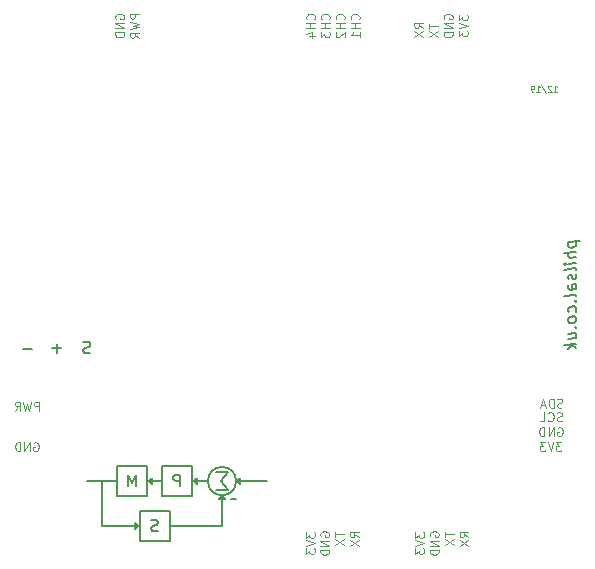
<source format=gbr>
G04 #@! TF.GenerationSoftware,KiCad,Pcbnew,(6.0.9)*
G04 #@! TF.CreationDate,2023-03-18T16:21:46+02:00*
G04 #@! TF.ProjectId,HadesMicro,48616465-734d-4696-9372-6f2e6b696361,rev?*
G04 #@! TF.SameCoordinates,Original*
G04 #@! TF.FileFunction,Legend,Bot*
G04 #@! TF.FilePolarity,Positive*
%FSLAX46Y46*%
G04 Gerber Fmt 4.6, Leading zero omitted, Abs format (unit mm)*
G04 Created by KiCad (PCBNEW (6.0.9)) date 2023-03-18 16:21:46*
%MOMM*%
%LPD*%
G01*
G04 APERTURE LIST*
%ADD10C,0.150000*%
%ADD11C,0.100000*%
G04 APERTURE END LIST*
D10*
X32639000Y-60286900D02*
X30099000Y-60286900D01*
X33909000Y-60286900D02*
X33909000Y-62826900D01*
X38481000Y-60794900D02*
X39497000Y-60794900D01*
X40513000Y-61810900D02*
X40259000Y-61556900D01*
X42799000Y-61556900D02*
X40259000Y-61556900D01*
X36830000Y-61810900D02*
X36576000Y-61556900D01*
X39243000Y-63080900D02*
X38989000Y-62826900D01*
X36576000Y-61556900D02*
X36830000Y-61302900D01*
X32639000Y-62826900D02*
X32639000Y-61556900D01*
X31623000Y-65620900D02*
X31877000Y-65366900D01*
X30099000Y-60286900D02*
X30099000Y-62826900D01*
X31623000Y-65112900D02*
X31623000Y-65620900D01*
X40259000Y-61556900D02*
X40513000Y-61302900D01*
X36830000Y-61302900D02*
X36830000Y-61810900D01*
X40187116Y-61556900D02*
G75*
G03*
X40187116Y-61556900I-1198116J0D01*
G01*
X39751000Y-63080900D02*
X40132000Y-63080900D01*
X38989000Y-65366900D02*
X38989000Y-62755015D01*
X34544000Y-65366900D02*
X38989000Y-65366900D01*
X33020000Y-61302900D02*
X33020000Y-61810900D01*
X27559000Y-61556900D02*
X30099000Y-61556900D01*
X34544000Y-66636900D02*
X32004000Y-66636900D01*
X32639000Y-61556900D02*
X32639000Y-60286900D01*
X33909000Y-61556900D02*
X32639000Y-61556900D01*
X36449000Y-62826900D02*
X36449000Y-61556900D01*
X38735000Y-63080900D02*
X39243000Y-63080900D01*
X28829000Y-61556900D02*
X28829000Y-65366900D01*
X30099000Y-62826900D02*
X32639000Y-62826900D01*
X33909000Y-62826900D02*
X36449000Y-62826900D01*
X36449000Y-60286900D02*
X33909000Y-60286900D01*
X36449000Y-61556900D02*
X36449000Y-60286900D01*
X37790885Y-61556900D02*
X36449000Y-61556900D01*
X34544000Y-64096900D02*
X34544000Y-66636900D01*
X38989000Y-62826900D02*
X38735000Y-63080900D01*
X32004000Y-65366900D02*
X32004000Y-64096900D01*
X39497000Y-62318900D02*
X38481000Y-62318900D01*
X38862000Y-61556900D02*
X39497000Y-62318900D01*
X39497000Y-60794900D02*
X38862000Y-61556900D01*
X40513000Y-61302900D02*
X40513000Y-61810900D01*
X32004000Y-66636900D02*
X32004000Y-65366900D01*
X28829000Y-65366900D02*
X32004000Y-65366900D01*
X31877000Y-65366900D02*
X31623000Y-65112900D01*
X32766000Y-61556900D02*
X33020000Y-61302900D01*
X33020000Y-61810900D02*
X32766000Y-61556900D01*
X32004000Y-64096900D02*
X34544000Y-64096900D01*
D11*
X55342285Y-65873428D02*
X55342285Y-66337714D01*
X55628000Y-66087714D01*
X55628000Y-66194857D01*
X55663714Y-66266285D01*
X55699428Y-66302000D01*
X55770857Y-66337714D01*
X55949428Y-66337714D01*
X56020857Y-66302000D01*
X56056571Y-66266285D01*
X56092285Y-66194857D01*
X56092285Y-65980571D01*
X56056571Y-65909142D01*
X56020857Y-65873428D01*
X55342285Y-66552000D02*
X56092285Y-66802000D01*
X55342285Y-67052000D01*
X55342285Y-67230571D02*
X55342285Y-67694857D01*
X55628000Y-67444857D01*
X55628000Y-67552000D01*
X55663714Y-67623428D01*
X55699428Y-67659142D01*
X55770857Y-67694857D01*
X55949428Y-67694857D01*
X56020857Y-67659142D01*
X56056571Y-67623428D01*
X56092285Y-67552000D01*
X56092285Y-67337714D01*
X56056571Y-67266285D01*
X56020857Y-67230571D01*
X57856885Y-65849571D02*
X57856885Y-66278142D01*
X58606885Y-66063857D02*
X57856885Y-66063857D01*
X57856885Y-66456714D02*
X58606885Y-66956714D01*
X57856885Y-66956714D02*
X58606885Y-66456714D01*
X59851485Y-66296000D02*
X59494342Y-66046000D01*
X59851485Y-65867428D02*
X59101485Y-65867428D01*
X59101485Y-66153142D01*
X59137200Y-66224571D01*
X59172914Y-66260285D01*
X59244342Y-66296000D01*
X59351485Y-66296000D01*
X59422914Y-66260285D01*
X59458628Y-66224571D01*
X59494342Y-66153142D01*
X59494342Y-65867428D01*
X59101485Y-66546000D02*
X59851485Y-67046000D01*
X59101485Y-67046000D02*
X59851485Y-66546000D01*
X56622600Y-66230571D02*
X56586885Y-66159142D01*
X56586885Y-66052000D01*
X56622600Y-65944857D01*
X56694028Y-65873428D01*
X56765457Y-65837714D01*
X56908314Y-65802000D01*
X57015457Y-65802000D01*
X57158314Y-65837714D01*
X57229742Y-65873428D01*
X57301171Y-65944857D01*
X57336885Y-66052000D01*
X57336885Y-66123428D01*
X57301171Y-66230571D01*
X57265457Y-66266285D01*
X57015457Y-66266285D01*
X57015457Y-66123428D01*
X57336885Y-66587714D02*
X56586885Y-66587714D01*
X57336885Y-67016285D01*
X56586885Y-67016285D01*
X57336885Y-67373428D02*
X56586885Y-67373428D01*
X56586885Y-67552000D01*
X56622600Y-67659142D01*
X56694028Y-67730571D01*
X56765457Y-67766285D01*
X56908314Y-67802000D01*
X57015457Y-67802000D01*
X57158314Y-67766285D01*
X57229742Y-67730571D01*
X57301171Y-67659142D01*
X57336885Y-67552000D01*
X57336885Y-67373428D01*
D10*
X68314914Y-41335660D02*
X69314914Y-41210660D01*
X68362533Y-41329708D02*
X68314914Y-41430898D01*
X68314914Y-41621375D01*
X68362533Y-41710660D01*
X68410152Y-41752327D01*
X68505390Y-41788041D01*
X68791104Y-41752327D01*
X68886342Y-41692803D01*
X68933961Y-41639232D01*
X68981580Y-41538041D01*
X68981580Y-41347565D01*
X68933961Y-41258279D01*
X68981580Y-42157089D02*
X67981580Y-42282089D01*
X68981580Y-42585660D02*
X68457771Y-42651136D01*
X68362533Y-42615422D01*
X68314914Y-42526136D01*
X68314914Y-42383279D01*
X68362533Y-42282089D01*
X68410152Y-42228517D01*
X68981580Y-43061851D02*
X68314914Y-43145184D01*
X67981580Y-43186851D02*
X68029200Y-43133279D01*
X68076819Y-43174946D01*
X68029200Y-43228517D01*
X67981580Y-43186851D01*
X68076819Y-43174946D01*
X68981580Y-43680898D02*
X68933961Y-43591613D01*
X68838723Y-43555898D01*
X67981580Y-43663041D01*
X68933961Y-44020184D02*
X68981580Y-44109470D01*
X68981580Y-44299946D01*
X68933961Y-44401136D01*
X68838723Y-44460660D01*
X68791104Y-44466613D01*
X68695866Y-44430898D01*
X68648247Y-44341613D01*
X68648247Y-44198755D01*
X68600628Y-44109470D01*
X68505390Y-44073755D01*
X68457771Y-44079708D01*
X68362533Y-44139232D01*
X68314914Y-44240422D01*
X68314914Y-44383279D01*
X68362533Y-44472565D01*
X68981580Y-45299946D02*
X68457771Y-45365422D01*
X68362533Y-45329708D01*
X68314914Y-45240422D01*
X68314914Y-45049946D01*
X68362533Y-44948755D01*
X68933961Y-45305898D02*
X68981580Y-45204708D01*
X68981580Y-44966613D01*
X68933961Y-44877327D01*
X68838723Y-44841613D01*
X68743485Y-44853517D01*
X68648247Y-44913041D01*
X68600628Y-45014232D01*
X68600628Y-45252327D01*
X68553009Y-45353517D01*
X68981580Y-45918994D02*
X68933961Y-45829708D01*
X68838723Y-45793994D01*
X67981580Y-45901136D01*
X68886342Y-46311851D02*
X68933961Y-46353517D01*
X68981580Y-46299946D01*
X68933961Y-46258279D01*
X68886342Y-46311851D01*
X68981580Y-46299946D01*
X68933961Y-47210660D02*
X68981580Y-47109470D01*
X68981580Y-46918994D01*
X68933961Y-46829708D01*
X68886342Y-46788041D01*
X68791104Y-46752327D01*
X68505390Y-46788041D01*
X68410152Y-46847565D01*
X68362533Y-46901136D01*
X68314914Y-47002327D01*
X68314914Y-47192803D01*
X68362533Y-47282089D01*
X68981580Y-47776136D02*
X68933961Y-47686851D01*
X68886342Y-47645184D01*
X68791104Y-47609470D01*
X68505390Y-47645184D01*
X68410152Y-47704708D01*
X68362533Y-47758279D01*
X68314914Y-47859470D01*
X68314914Y-48002327D01*
X68362533Y-48091613D01*
X68410152Y-48133279D01*
X68505390Y-48168994D01*
X68791104Y-48133279D01*
X68886342Y-48073755D01*
X68933961Y-48020184D01*
X68981580Y-47918994D01*
X68981580Y-47776136D01*
X68886342Y-48549946D02*
X68933961Y-48591613D01*
X68981580Y-48538041D01*
X68933961Y-48496375D01*
X68886342Y-48549946D01*
X68981580Y-48538041D01*
X68314914Y-49526136D02*
X68981580Y-49442803D01*
X68314914Y-49097565D02*
X68838723Y-49032089D01*
X68933961Y-49067803D01*
X68981580Y-49157089D01*
X68981580Y-49299946D01*
X68933961Y-49401136D01*
X68886342Y-49454708D01*
X68981580Y-49918994D02*
X67981580Y-50043994D01*
X68600628Y-50061851D02*
X68981580Y-50299946D01*
X68314914Y-50383279D02*
X68695866Y-49954708D01*
X35440904Y-62009280D02*
X35440904Y-61009280D01*
X35059952Y-61009280D01*
X34964714Y-61056900D01*
X34917095Y-61104519D01*
X34869476Y-61199757D01*
X34869476Y-61342614D01*
X34917095Y-61437852D01*
X34964714Y-61485471D01*
X35059952Y-61533090D01*
X35440904Y-61533090D01*
X33559714Y-65771661D02*
X33416857Y-65819280D01*
X33178761Y-65819280D01*
X33083523Y-65771661D01*
X33035904Y-65724042D01*
X32988285Y-65628804D01*
X32988285Y-65533566D01*
X33035904Y-65438328D01*
X33083523Y-65390709D01*
X33178761Y-65343090D01*
X33369238Y-65295471D01*
X33464476Y-65247852D01*
X33512095Y-65200233D01*
X33559714Y-65104995D01*
X33559714Y-65009757D01*
X33512095Y-64914519D01*
X33464476Y-64866900D01*
X33369238Y-64819280D01*
X33131142Y-64819280D01*
X32988285Y-64866900D01*
X31702333Y-62009280D02*
X31702333Y-61009280D01*
X31369000Y-61723566D01*
X31035666Y-61009280D01*
X31035666Y-62009280D01*
D11*
X50555085Y-66296000D02*
X50197942Y-66046000D01*
X50555085Y-65867428D02*
X49805085Y-65867428D01*
X49805085Y-66153142D01*
X49840800Y-66224571D01*
X49876514Y-66260285D01*
X49947942Y-66296000D01*
X50055085Y-66296000D01*
X50126514Y-66260285D01*
X50162228Y-66224571D01*
X50197942Y-66153142D01*
X50197942Y-65867428D01*
X49805085Y-66546000D02*
X50555085Y-67046000D01*
X49805085Y-67046000D02*
X50555085Y-66546000D01*
X47351600Y-66230571D02*
X47315885Y-66159142D01*
X47315885Y-66052000D01*
X47351600Y-65944857D01*
X47423028Y-65873428D01*
X47494457Y-65837714D01*
X47637314Y-65802000D01*
X47744457Y-65802000D01*
X47887314Y-65837714D01*
X47958742Y-65873428D01*
X48030171Y-65944857D01*
X48065885Y-66052000D01*
X48065885Y-66123428D01*
X48030171Y-66230571D01*
X47994457Y-66266285D01*
X47744457Y-66266285D01*
X47744457Y-66123428D01*
X48065885Y-66587714D02*
X47315885Y-66587714D01*
X48065885Y-67016285D01*
X47315885Y-67016285D01*
X48065885Y-67373428D02*
X47315885Y-67373428D01*
X47315885Y-67552000D01*
X47351600Y-67659142D01*
X47423028Y-67730571D01*
X47494457Y-67766285D01*
X47637314Y-67802000D01*
X47744457Y-67802000D01*
X47887314Y-67766285D01*
X47958742Y-67730571D01*
X48030171Y-67659142D01*
X48065885Y-67552000D01*
X48065885Y-67373428D01*
X46071285Y-65873428D02*
X46071285Y-66337714D01*
X46357000Y-66087714D01*
X46357000Y-66194857D01*
X46392714Y-66266285D01*
X46428428Y-66302000D01*
X46499857Y-66337714D01*
X46678428Y-66337714D01*
X46749857Y-66302000D01*
X46785571Y-66266285D01*
X46821285Y-66194857D01*
X46821285Y-65980571D01*
X46785571Y-65909142D01*
X46749857Y-65873428D01*
X46071285Y-66552000D02*
X46821285Y-66802000D01*
X46071285Y-67052000D01*
X46071285Y-67230571D02*
X46071285Y-67694857D01*
X46357000Y-67444857D01*
X46357000Y-67552000D01*
X46392714Y-67623428D01*
X46428428Y-67659142D01*
X46499857Y-67694857D01*
X46678428Y-67694857D01*
X46749857Y-67659142D01*
X46785571Y-67623428D01*
X46821285Y-67552000D01*
X46821285Y-67337714D01*
X46785571Y-67266285D01*
X46749857Y-67230571D01*
X48560485Y-65849571D02*
X48560485Y-66278142D01*
X49310485Y-66063857D02*
X48560485Y-66063857D01*
X48560485Y-66456714D02*
X49310485Y-66956714D01*
X48560485Y-66956714D02*
X49310485Y-66456714D01*
X67730571Y-58263285D02*
X67266285Y-58263285D01*
X67516285Y-58549000D01*
X67409142Y-58549000D01*
X67337714Y-58584714D01*
X67302000Y-58620428D01*
X67266285Y-58691857D01*
X67266285Y-58870428D01*
X67302000Y-58941857D01*
X67337714Y-58977571D01*
X67409142Y-59013285D01*
X67623428Y-59013285D01*
X67694857Y-58977571D01*
X67730571Y-58941857D01*
X67052000Y-58263285D02*
X66802000Y-59013285D01*
X66552000Y-58263285D01*
X66373428Y-58263285D02*
X65909142Y-58263285D01*
X66159142Y-58549000D01*
X66052000Y-58549000D01*
X65980571Y-58584714D01*
X65944857Y-58620428D01*
X65909142Y-58691857D01*
X65909142Y-58870428D01*
X65944857Y-58941857D01*
X65980571Y-58977571D01*
X66052000Y-59013285D01*
X66266285Y-59013285D01*
X66337714Y-58977571D01*
X66373428Y-58941857D01*
X67424228Y-57029000D02*
X67495657Y-56993285D01*
X67602800Y-56993285D01*
X67709942Y-57029000D01*
X67781371Y-57100428D01*
X67817085Y-57171857D01*
X67852800Y-57314714D01*
X67852800Y-57421857D01*
X67817085Y-57564714D01*
X67781371Y-57636142D01*
X67709942Y-57707571D01*
X67602800Y-57743285D01*
X67531371Y-57743285D01*
X67424228Y-57707571D01*
X67388514Y-57671857D01*
X67388514Y-57421857D01*
X67531371Y-57421857D01*
X67067085Y-57743285D02*
X67067085Y-56993285D01*
X66638514Y-57743285D01*
X66638514Y-56993285D01*
X66281371Y-57743285D02*
X66281371Y-56993285D01*
X66102800Y-56993285D01*
X65995657Y-57029000D01*
X65924228Y-57100428D01*
X65888514Y-57171857D01*
X65852800Y-57314714D01*
X65852800Y-57421857D01*
X65888514Y-57564714D01*
X65924228Y-57636142D01*
X65995657Y-57707571D01*
X66102800Y-57743285D01*
X66281371Y-57743285D01*
X67771057Y-56437571D02*
X67663914Y-56473285D01*
X67485342Y-56473285D01*
X67413914Y-56437571D01*
X67378200Y-56401857D01*
X67342485Y-56330428D01*
X67342485Y-56259000D01*
X67378200Y-56187571D01*
X67413914Y-56151857D01*
X67485342Y-56116142D01*
X67628200Y-56080428D01*
X67699628Y-56044714D01*
X67735342Y-56009000D01*
X67771057Y-55937571D01*
X67771057Y-55866142D01*
X67735342Y-55794714D01*
X67699628Y-55759000D01*
X67628200Y-55723285D01*
X67449628Y-55723285D01*
X67342485Y-55759000D01*
X66592485Y-56401857D02*
X66628200Y-56437571D01*
X66735342Y-56473285D01*
X66806771Y-56473285D01*
X66913914Y-56437571D01*
X66985342Y-56366142D01*
X67021057Y-56294714D01*
X67056771Y-56151857D01*
X67056771Y-56044714D01*
X67021057Y-55901857D01*
X66985342Y-55830428D01*
X66913914Y-55759000D01*
X66806771Y-55723285D01*
X66735342Y-55723285D01*
X66628200Y-55759000D01*
X66592485Y-55794714D01*
X65913914Y-56473285D02*
X66271057Y-56473285D01*
X66271057Y-55723285D01*
X67814314Y-55294571D02*
X67707171Y-55330285D01*
X67528600Y-55330285D01*
X67457171Y-55294571D01*
X67421457Y-55258857D01*
X67385742Y-55187428D01*
X67385742Y-55116000D01*
X67421457Y-55044571D01*
X67457171Y-55008857D01*
X67528600Y-54973142D01*
X67671457Y-54937428D01*
X67742885Y-54901714D01*
X67778600Y-54866000D01*
X67814314Y-54794571D01*
X67814314Y-54723142D01*
X67778600Y-54651714D01*
X67742885Y-54616000D01*
X67671457Y-54580285D01*
X67492885Y-54580285D01*
X67385742Y-54616000D01*
X67064314Y-55330285D02*
X67064314Y-54580285D01*
X66885742Y-54580285D01*
X66778600Y-54616000D01*
X66707171Y-54687428D01*
X66671457Y-54758857D01*
X66635742Y-54901714D01*
X66635742Y-55008857D01*
X66671457Y-55151714D01*
X66707171Y-55223142D01*
X66778600Y-55294571D01*
X66885742Y-55330285D01*
X67064314Y-55330285D01*
X66350028Y-55116000D02*
X65992885Y-55116000D01*
X66421457Y-55330285D02*
X66171457Y-54580285D01*
X65921457Y-55330285D01*
X23479000Y-55584285D02*
X23479000Y-54834285D01*
X23193285Y-54834285D01*
X23121857Y-54870000D01*
X23086142Y-54905714D01*
X23050428Y-54977142D01*
X23050428Y-55084285D01*
X23086142Y-55155714D01*
X23121857Y-55191428D01*
X23193285Y-55227142D01*
X23479000Y-55227142D01*
X22800428Y-54834285D02*
X22621857Y-55584285D01*
X22479000Y-55048571D01*
X22336142Y-55584285D01*
X22157571Y-54834285D01*
X21443285Y-55584285D02*
X21693285Y-55227142D01*
X21871857Y-55584285D02*
X21871857Y-54834285D01*
X21586142Y-54834285D01*
X21514714Y-54870000D01*
X21479000Y-54905714D01*
X21443285Y-54977142D01*
X21443285Y-55084285D01*
X21479000Y-55155714D01*
X21514714Y-55191428D01*
X21586142Y-55227142D01*
X21871857Y-55227142D01*
X23050428Y-58299000D02*
X23121857Y-58263285D01*
X23229000Y-58263285D01*
X23336142Y-58299000D01*
X23407571Y-58370428D01*
X23443285Y-58441857D01*
X23479000Y-58584714D01*
X23479000Y-58691857D01*
X23443285Y-58834714D01*
X23407571Y-58906142D01*
X23336142Y-58977571D01*
X23229000Y-59013285D01*
X23157571Y-59013285D01*
X23050428Y-58977571D01*
X23014714Y-58941857D01*
X23014714Y-58691857D01*
X23157571Y-58691857D01*
X22693285Y-59013285D02*
X22693285Y-58263285D01*
X22264714Y-59013285D01*
X22264714Y-58263285D01*
X21907571Y-59013285D02*
X21907571Y-58263285D01*
X21729000Y-58263285D01*
X21621857Y-58299000D01*
X21550428Y-58370428D01*
X21514714Y-58441857D01*
X21479000Y-58584714D01*
X21479000Y-58691857D01*
X21514714Y-58834714D01*
X21550428Y-58906142D01*
X21621857Y-58977571D01*
X21729000Y-59013285D01*
X21907571Y-59013285D01*
X31962285Y-21987000D02*
X31212285Y-21987000D01*
X31212285Y-22272714D01*
X31248000Y-22344142D01*
X31283714Y-22379857D01*
X31355142Y-22415571D01*
X31462285Y-22415571D01*
X31533714Y-22379857D01*
X31569428Y-22344142D01*
X31605142Y-22272714D01*
X31605142Y-21987000D01*
X31212285Y-22665571D02*
X31962285Y-22844142D01*
X31426571Y-22987000D01*
X31962285Y-23129857D01*
X31212285Y-23308428D01*
X31962285Y-24022714D02*
X31605142Y-23772714D01*
X31962285Y-23594142D02*
X31212285Y-23594142D01*
X31212285Y-23879857D01*
X31248000Y-23951285D01*
X31283714Y-23987000D01*
X31355142Y-24022714D01*
X31462285Y-24022714D01*
X31533714Y-23987000D01*
X31569428Y-23951285D01*
X31605142Y-23879857D01*
X31605142Y-23594142D01*
X29978000Y-22415571D02*
X29942285Y-22344142D01*
X29942285Y-22237000D01*
X29978000Y-22129857D01*
X30049428Y-22058428D01*
X30120857Y-22022714D01*
X30263714Y-21987000D01*
X30370857Y-21987000D01*
X30513714Y-22022714D01*
X30585142Y-22058428D01*
X30656571Y-22129857D01*
X30692285Y-22237000D01*
X30692285Y-22308428D01*
X30656571Y-22415571D01*
X30620857Y-22451285D01*
X30370857Y-22451285D01*
X30370857Y-22308428D01*
X30692285Y-22772714D02*
X29942285Y-22772714D01*
X30692285Y-23201285D01*
X29942285Y-23201285D01*
X30692285Y-23558428D02*
X29942285Y-23558428D01*
X29942285Y-23737000D01*
X29978000Y-23844142D01*
X30049428Y-23915571D01*
X30120857Y-23951285D01*
X30263714Y-23987000D01*
X30370857Y-23987000D01*
X30513714Y-23951285D01*
X30585142Y-23915571D01*
X30656571Y-23844142D01*
X30692285Y-23737000D01*
X30692285Y-23558428D01*
X57791000Y-22415571D02*
X57755285Y-22344142D01*
X57755285Y-22237000D01*
X57791000Y-22129857D01*
X57862428Y-22058428D01*
X57933857Y-22022714D01*
X58076714Y-21987000D01*
X58183857Y-21987000D01*
X58326714Y-22022714D01*
X58398142Y-22058428D01*
X58469571Y-22129857D01*
X58505285Y-22237000D01*
X58505285Y-22308428D01*
X58469571Y-22415571D01*
X58433857Y-22451285D01*
X58183857Y-22451285D01*
X58183857Y-22308428D01*
X58505285Y-22772714D02*
X57755285Y-22772714D01*
X58505285Y-23201285D01*
X57755285Y-23201285D01*
X58505285Y-23558428D02*
X57755285Y-23558428D01*
X57755285Y-23737000D01*
X57791000Y-23844142D01*
X57862428Y-23915571D01*
X57933857Y-23951285D01*
X58076714Y-23987000D01*
X58183857Y-23987000D01*
X58326714Y-23951285D01*
X58398142Y-23915571D01*
X58469571Y-23844142D01*
X58505285Y-23737000D01*
X58505285Y-23558428D01*
X59025285Y-22058428D02*
X59025285Y-22522714D01*
X59311000Y-22272714D01*
X59311000Y-22379857D01*
X59346714Y-22451285D01*
X59382428Y-22487000D01*
X59453857Y-22522714D01*
X59632428Y-22522714D01*
X59703857Y-22487000D01*
X59739571Y-22451285D01*
X59775285Y-22379857D01*
X59775285Y-22165571D01*
X59739571Y-22094142D01*
X59703857Y-22058428D01*
X59025285Y-22737000D02*
X59775285Y-22987000D01*
X59025285Y-23237000D01*
X59025285Y-23415571D02*
X59025285Y-23879857D01*
X59311000Y-23629857D01*
X59311000Y-23737000D01*
X59346714Y-23808428D01*
X59382428Y-23844142D01*
X59453857Y-23879857D01*
X59632428Y-23879857D01*
X59703857Y-23844142D01*
X59739571Y-23808428D01*
X59775285Y-23737000D01*
X59775285Y-23522714D01*
X59739571Y-23451285D01*
X59703857Y-23415571D01*
X56536085Y-22847371D02*
X56536085Y-23275942D01*
X57286085Y-23061657D02*
X56536085Y-23061657D01*
X56536085Y-23454514D02*
X57286085Y-23954514D01*
X56536085Y-23954514D02*
X57286085Y-23454514D01*
X56016085Y-23204900D02*
X55658942Y-22954900D01*
X56016085Y-22776328D02*
X55266085Y-22776328D01*
X55266085Y-23062042D01*
X55301800Y-23133471D01*
X55337514Y-23169185D01*
X55408942Y-23204900D01*
X55516085Y-23204900D01*
X55587514Y-23169185D01*
X55623228Y-23133471D01*
X55658942Y-23062042D01*
X55658942Y-22776328D01*
X55266085Y-23454900D02*
X56016085Y-23954900D01*
X55266085Y-23954900D02*
X56016085Y-23454900D01*
X50559857Y-22469142D02*
X50595571Y-22433428D01*
X50631285Y-22326285D01*
X50631285Y-22254857D01*
X50595571Y-22147714D01*
X50524142Y-22076285D01*
X50452714Y-22040571D01*
X50309857Y-22004857D01*
X50202714Y-22004857D01*
X50059857Y-22040571D01*
X49988428Y-22076285D01*
X49917000Y-22147714D01*
X49881285Y-22254857D01*
X49881285Y-22326285D01*
X49917000Y-22433428D01*
X49952714Y-22469142D01*
X50631285Y-22790571D02*
X49881285Y-22790571D01*
X50238428Y-22790571D02*
X50238428Y-23219142D01*
X50631285Y-23219142D02*
X49881285Y-23219142D01*
X50631285Y-23969142D02*
X50631285Y-23540571D01*
X50631285Y-23754857D02*
X49881285Y-23754857D01*
X49988428Y-23683428D01*
X50059857Y-23612000D01*
X50095571Y-23540571D01*
X49289857Y-22469142D02*
X49325571Y-22433428D01*
X49361285Y-22326285D01*
X49361285Y-22254857D01*
X49325571Y-22147714D01*
X49254142Y-22076285D01*
X49182714Y-22040571D01*
X49039857Y-22004857D01*
X48932714Y-22004857D01*
X48789857Y-22040571D01*
X48718428Y-22076285D01*
X48647000Y-22147714D01*
X48611285Y-22254857D01*
X48611285Y-22326285D01*
X48647000Y-22433428D01*
X48682714Y-22469142D01*
X49361285Y-22790571D02*
X48611285Y-22790571D01*
X48968428Y-22790571D02*
X48968428Y-23219142D01*
X49361285Y-23219142D02*
X48611285Y-23219142D01*
X48682714Y-23540571D02*
X48647000Y-23576285D01*
X48611285Y-23647714D01*
X48611285Y-23826285D01*
X48647000Y-23897714D01*
X48682714Y-23933428D01*
X48754142Y-23969142D01*
X48825571Y-23969142D01*
X48932714Y-23933428D01*
X49361285Y-23504857D01*
X49361285Y-23969142D01*
X48045257Y-22469142D02*
X48080971Y-22433428D01*
X48116685Y-22326285D01*
X48116685Y-22254857D01*
X48080971Y-22147714D01*
X48009542Y-22076285D01*
X47938114Y-22040571D01*
X47795257Y-22004857D01*
X47688114Y-22004857D01*
X47545257Y-22040571D01*
X47473828Y-22076285D01*
X47402400Y-22147714D01*
X47366685Y-22254857D01*
X47366685Y-22326285D01*
X47402400Y-22433428D01*
X47438114Y-22469142D01*
X48116685Y-22790571D02*
X47366685Y-22790571D01*
X47723828Y-22790571D02*
X47723828Y-23219142D01*
X48116685Y-23219142D02*
X47366685Y-23219142D01*
X47366685Y-23504857D02*
X47366685Y-23969142D01*
X47652400Y-23719142D01*
X47652400Y-23826285D01*
X47688114Y-23897714D01*
X47723828Y-23933428D01*
X47795257Y-23969142D01*
X47973828Y-23969142D01*
X48045257Y-23933428D01*
X48080971Y-23897714D01*
X48116685Y-23826285D01*
X48116685Y-23612000D01*
X48080971Y-23540571D01*
X48045257Y-23504857D01*
X46800657Y-22469142D02*
X46836371Y-22433428D01*
X46872085Y-22326285D01*
X46872085Y-22254857D01*
X46836371Y-22147714D01*
X46764942Y-22076285D01*
X46693514Y-22040571D01*
X46550657Y-22004857D01*
X46443514Y-22004857D01*
X46300657Y-22040571D01*
X46229228Y-22076285D01*
X46157800Y-22147714D01*
X46122085Y-22254857D01*
X46122085Y-22326285D01*
X46157800Y-22433428D01*
X46193514Y-22469142D01*
X46872085Y-22790571D02*
X46122085Y-22790571D01*
X46479228Y-22790571D02*
X46479228Y-23219142D01*
X46872085Y-23219142D02*
X46122085Y-23219142D01*
X46372085Y-23897714D02*
X46872085Y-23897714D01*
X46086371Y-23719142D02*
X46622085Y-23540571D01*
X46622085Y-24004857D01*
X67076533Y-28572590D02*
X67362247Y-28572590D01*
X67219390Y-28572590D02*
X67219390Y-28072590D01*
X67267009Y-28144019D01*
X67314628Y-28191638D01*
X67362247Y-28215447D01*
X66886057Y-28120209D02*
X66862247Y-28096400D01*
X66814628Y-28072590D01*
X66695580Y-28072590D01*
X66647961Y-28096400D01*
X66624152Y-28120209D01*
X66600342Y-28167828D01*
X66600342Y-28215447D01*
X66624152Y-28286876D01*
X66909866Y-28572590D01*
X66600342Y-28572590D01*
X66028914Y-28048780D02*
X66457485Y-28691638D01*
X65600342Y-28572590D02*
X65886057Y-28572590D01*
X65743200Y-28572590D02*
X65743200Y-28072590D01*
X65790819Y-28144019D01*
X65838438Y-28191638D01*
X65886057Y-28215447D01*
X65362247Y-28572590D02*
X65267009Y-28572590D01*
X65219390Y-28548780D01*
X65195580Y-28524971D01*
X65147961Y-28453542D01*
X65124152Y-28358304D01*
X65124152Y-28167828D01*
X65147961Y-28120209D01*
X65171771Y-28096400D01*
X65219390Y-28072590D01*
X65314628Y-28072590D01*
X65362247Y-28096400D01*
X65386057Y-28120209D01*
X65409866Y-28167828D01*
X65409866Y-28286876D01*
X65386057Y-28334495D01*
X65362247Y-28358304D01*
X65314628Y-28382114D01*
X65219390Y-28382114D01*
X65171771Y-28358304D01*
X65147961Y-28334495D01*
X65124152Y-28286876D01*
D10*
X25011071Y-50672952D02*
X25011071Y-49911047D01*
X24630119Y-50292000D02*
X25392023Y-50292000D01*
X22923452Y-50363428D02*
X22161547Y-50363428D01*
X27819314Y-50696761D02*
X27676457Y-50744380D01*
X27438361Y-50744380D01*
X27343123Y-50696761D01*
X27295504Y-50649142D01*
X27247885Y-50553904D01*
X27247885Y-50458666D01*
X27295504Y-50363428D01*
X27343123Y-50315809D01*
X27438361Y-50268190D01*
X27628838Y-50220571D01*
X27724076Y-50172952D01*
X27771695Y-50125333D01*
X27819314Y-50030095D01*
X27819314Y-49934857D01*
X27771695Y-49839619D01*
X27724076Y-49792000D01*
X27628838Y-49744380D01*
X27390742Y-49744380D01*
X27247885Y-49792000D01*
M02*

</source>
